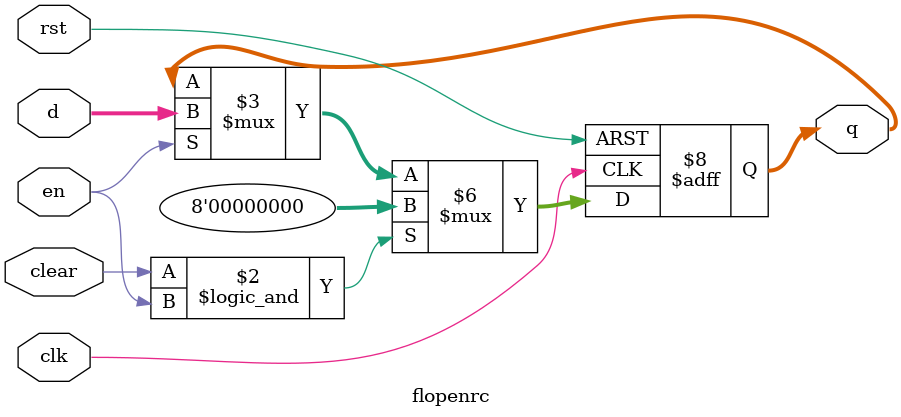
<source format=sv>
module flopenrc
#(parameter p_nbits=8)
(
  input logic  clk,
  input logic  en,
  input logic  rst,
  input logic  clear,
  input logic [p_nbits-1:0]   d,
  output logic [p_nbits-1:0]  q
);
   always @(posedge clk, posedge rst) begin
      if(rst) begin
         q <= 0;
      end
      else if(clear && en) begin // Take care of branch predict taken and stall happen at the same time 
         q <= 0;
      end
      else if(en) begin
         q <= d;
      end
   end
endmodule

</source>
